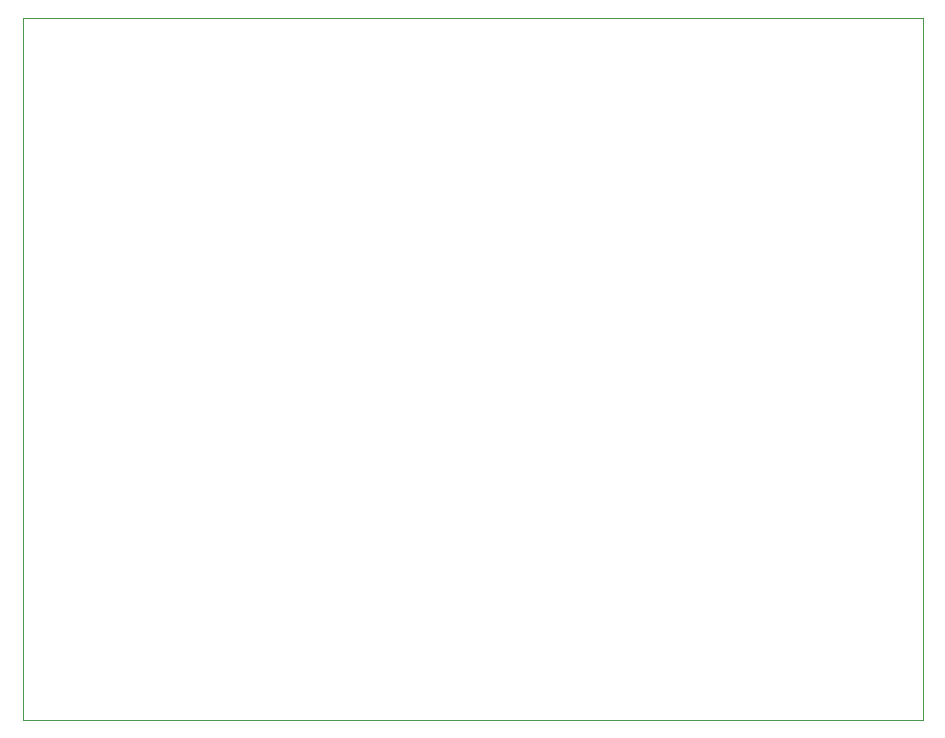
<source format=gbr>
%TF.GenerationSoftware,KiCad,Pcbnew,9.0.4*%
%TF.CreationDate,2025-12-28T22:29:46+01:00*%
%TF.ProjectId,Midi Expressor,4d696469-2045-4787-9072-6573736f722e,rev?*%
%TF.SameCoordinates,Original*%
%TF.FileFunction,Profile,NP*%
%FSLAX46Y46*%
G04 Gerber Fmt 4.6, Leading zero omitted, Abs format (unit mm)*
G04 Created by KiCad (PCBNEW 9.0.4) date 2025-12-28 22:29:46*
%MOMM*%
%LPD*%
G01*
G04 APERTURE LIST*
%TA.AperFunction,Profile*%
%ADD10C,0.050000*%
%TD*%
G04 APERTURE END LIST*
D10*
X123444000Y-85852000D02*
X199644000Y-85852000D01*
X199644000Y-145288000D01*
X123444000Y-145288000D01*
X123444000Y-85852000D01*
M02*

</source>
